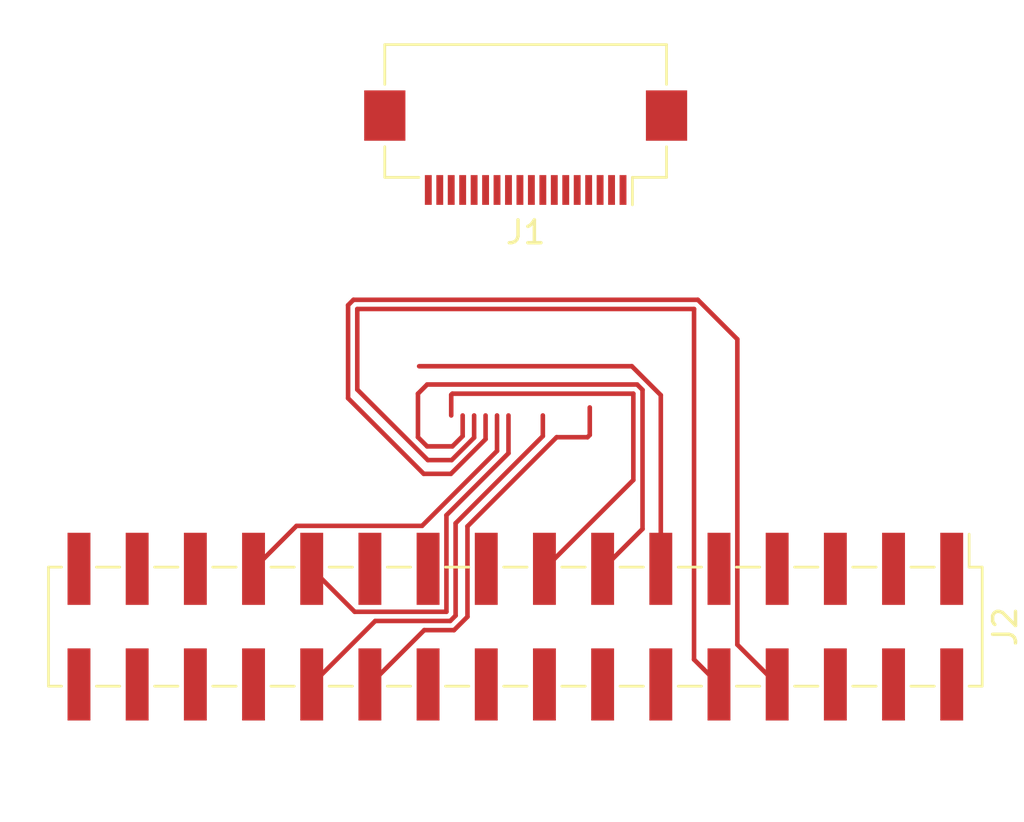
<source format=kicad_pcb>
(kicad_pcb (version 20241229) (generator "pcbnew") (generator_version "9.0")
  (layers (0 "F.Cu" signal) (2 "B.Cu" signal) (13 "F.Paste" user) (15 "B.Paste" user) (5 "F.SilkS" user "F.Silkscreen") (7 "B.SilkS" user "B.Silkscreen") (1 "F.Mask" user) (3 "B.Mask" user) (25 "Edge.Cuts" user))
  (net 0 "")
  (net 1 "/dc")
  (net 2 "/busy")
  (net 3 "/sck")
  (net 4 "/mosi")
  (net 5 "/disp_cs")
  (net 6 "/gpio2")
  (net 7 "/miso")
  (net 8 "/mem_cs")
  (net 9 "gnd")
  (net 10 "/int")
  (net 11 "3v3")
  (net 12 "/reset")
  (net 13 "/gpio1")
  (net 14 "/scl")
  (net 15 "/sd_cs")
  (net 16 "/ts_cs")
  (net 17 "/backlite")
  (net 18 "/sda")
  (footprint "Connector_FFC-FPC:Hirose_FH12-18S-0.5SH_1x18-1MP_P0.50mm_Horizontal" (layer "F.Cu") (at 156.45 73.05 180)
    (property "Reference" "J1" (at 0 -3.7 0) (layer "F.SilkS"))
    (property "Value" "Conn_01x18_Socket")
    (fp_line (start 6.15 4.5) (end 6.15 2.76) (stroke (width 0.12)) (layer "F.SilkS"))
    (fp_line (start 6.15 -1.3) (end 6.15 0.04) (stroke (width 0.12)) (layer "F.SilkS"))
    (fp_line (start 4.66 -1.3) (end 6.15 -1.3) (stroke (width 0.12)) (layer "F.SilkS"))
    (fp_line (start -4.66 -1.3) (end -4.66 -2.5) (stroke (width 0.12)) (layer "F.SilkS"))
    (fp_line (start -4.66 -1.3) (end -6.15 -1.3) (stroke (width 0.12)) (layer "F.SilkS"))
    (fp_line (start -6.15 4.5) (end 6.15 4.5) (stroke (width 0.12)) (layer "F.SilkS"))
    (fp_line (start -6.15 2.76) (end -6.15 4.5) (stroke (width 0.12)) (layer "F.SilkS"))
    (fp_line (start -6.15 -1.3) (end -6.15 0.04) (stroke (width 0.12)) (layer "F.SilkS"))
    (pad "1" smd rect (at -4.25 -1.85 180) (size 0.3 1.3) (layers "F.Cu" "F.Mask" "F.Paste") (net 11 "3v3"))
    (pad "2" smd rect (at -3.75 -1.85 180) (size 0.3 1.3) (layers "F.Cu" "F.Mask" "F.Paste") (net 17 "/backlite"))
    (pad "3" smd rect (at -3.25 -1.85 180) (size 0.3 1.3) (layers "F.Cu" "F.Mask" "F.Paste") (net 9 "gnd"))
    (pad "4" smd rect (at -2.75 -1.85 180) (size 0.3 1.3) (layers "F.Cu" "F.Mask" "F.Paste") (net 3 "/sck"))
    (pad "5" smd rect (at -2.25 -1.85 180) (size 0.3 1.3) (layers "F.Cu" "F.Mask" "F.Paste") (net 4 "/mosi"))
    (pad "6" smd rect (at -1.75 -1.85 180) (size 0.3 1.3) (layers "F.Cu" "F.Mask" "F.Paste") (net 7 "/miso"))
    (pad "7" smd rect (at -1.25 -1.85 180) (size 0.3 1.3) (layers "F.Cu" "F.Mask" "F.Paste") (net 1 "/dc"))
    (pad "8" smd rect (at -0.75 -1.85 180) (size 0.3 1.3) (layers "F.Cu" "F.Mask" "F.Paste") (net 12 "/reset"))
    (pad "9" smd rect (at -0.25 -1.85 180) (size 0.3 1.3) (layers "F.Cu" "F.Mask" "F.Paste") (net 5 "/disp_cs"))
    (pad "10" smd rect (at 0.25 -1.85 180) (size 0.3 1.3) (layers "F.Cu" "F.Mask" "F.Paste") (net 15 "/sd_cs"))
    (pad "11" smd rect (at 0.75 -1.85 180) (size 0.3 1.3) (layers "F.Cu" "F.Mask" "F.Paste") (net 8 "/mem_cs"))
    (pad "12" smd rect (at 1.25 -1.85 180) (size 0.3 1.3) (layers "F.Cu" "F.Mask" "F.Paste") (net 16 "/ts_cs"))
    (pad "13" smd rect (at 1.75 -1.85 180) (size 0.3 1.3) (layers "F.Cu" "F.Mask" "F.Paste") (net 14 "/scl"))
    (pad "14" smd rect (at 2.25 -1.85 180) (size 0.3 1.3) (layers "F.Cu" "F.Mask" "F.Paste") (net 18 "/sda"))
    (pad "15" smd rect (at 2.75 -1.85 180) (size 0.3 1.3) (layers "F.Cu" "F.Mask" "F.Paste") (net 10 "/int"))
    (pad "16" smd rect (at 3.25 -1.85 180) (size 0.3 1.3) (layers "F.Cu" "F.Mask" "F.Paste") (net 2 "/busy"))
    (pad "17" smd rect (at 3.75 -1.85 180) (size 0.3 1.3) (layers "F.Cu" "F.Mask" "F.Paste") (net 13 "/gpio1"))
    (pad "18" smd rect (at 4.25 -1.85 180) (size 0.3 1.3) (layers "F.Cu" "F.Mask" "F.Paste") (net 6 "/gpio2"))
    (pad "MP" smd rect (at -6.15 1.4 180) (size 1.8 2.2) (layers "F.Cu" "F.Mask" "F.Paste"))
    (pad "MP" smd rect (at 6.15 1.4 180) (size 1.8 2.2) (layers "F.Cu" "F.Mask" "F.Paste"))
  )
  (footprint "Connector_PinHeader_2.54mm:PinHeader_2x16_P2.54mm_Vertical_SMD" (layer "F.Cu") (at 156 93.975 -90)
    (property "Reference" "J2" (at 0 -21.38 90) (layer "F.SilkS"))
    (property "Value" "Conn_02x16_Odd_Even")
    (fp_line (start -2.6 20.38) (end 2.6 20.38) (stroke (width 0.12)) (layer "F.SilkS"))
    (fp_line (start -2.6 19.81) (end -2.6 20.38) (stroke (width 0.12)) (layer "F.SilkS"))
    (fp_line (start 2.6 19.81) (end 2.6 20.38) (stroke (width 0.12)) (layer "F.SilkS"))
    (fp_line (start -2.6 17.27) (end -2.6 18.29) (stroke (width 0.12)) (layer "F.SilkS"))
    (fp_line (start 2.6 17.27) (end 2.6 18.29) (stroke (width 0.12)) (layer "F.SilkS"))
    (fp_line (start -2.6 14.73) (end -2.6 15.75) (stroke (width 0.12)) (layer "F.SilkS"))
    (fp_line (start 2.6 14.73) (end 2.6 15.75) (stroke (width 0.12)) (layer "F.SilkS"))
    (fp_line (start -2.6 12.19) (end -2.6 13.21) (stroke (width 0.12)) (layer "F.SilkS"))
    (fp_line (start 2.6 12.19) (end 2.6 13.21) (stroke (width 0.12)) (layer "F.SilkS"))
    (fp_line (start -2.6 9.65) (end -2.6 10.67) (stroke (width 0.12)) (layer "F.SilkS"))
    (fp_line (start 2.6 9.65) (end 2.6 10.67) (stroke (width 0.12)) (layer "F.SilkS"))
    (fp_line (start -2.6 7.11) (end -2.6 8.13) (stroke (width 0.12)) (layer "F.SilkS"))
    (fp_line (start 2.6 7.11) (end 2.6 8.13) (stroke (width 0.12)) (layer "F.SilkS"))
    (fp_line (start -2.6 4.57) (end -2.6 5.59) (stroke (width 0.12)) (layer "F.SilkS"))
    (fp_line (start 2.6 4.57) (end 2.6 5.59) (stroke (width 0.12)) (layer "F.SilkS"))
    (fp_line (start -2.6 2.03) (end -2.6 3.05) (stroke (width 0.12)) (layer "F.SilkS"))
    (fp_line (start 2.6 2.03) (end 2.6 3.05) (stroke (width 0.12)) (layer "F.SilkS"))
    (fp_line (start -2.6 -0.51) (end -2.6 0.51) (stroke (width 0.12)) (layer "F.SilkS"))
    (fp_line (start 2.6 -0.51) (end 2.6 0.51) (stroke (width 0.12)) (layer "F.SilkS"))
    (fp_line (start -2.6 -3.05) (end -2.6 -2.03) (stroke (width 0.12)) (layer "F.SilkS"))
    (fp_line (start 2.6 -3.05) (end 2.6 -2.03) (stroke (width 0.12)) (layer "F.SilkS"))
    (fp_line (start -2.6 -5.59) (end -2.6 -4.57) (stroke (width 0.12)) (layer "F.SilkS"))
    (fp_line (start 2.6 -5.59) (end 2.6 -4.57) (stroke (width 0.12)) (layer "F.SilkS"))
    (fp_line (start -2.6 -8.13) (end -2.6 -7.11) (stroke (width 0.12)) (layer "F.SilkS"))
    (fp_line (start 2.6 -8.13) (end 2.6 -7.11) (stroke (width 0.12)) (layer "F.SilkS"))
    (fp_line (start -2.6 -10.67) (end -2.6 -9.65) (stroke (width 0.12)) (layer "F.SilkS"))
    (fp_line (start 2.6 -10.67) (end 2.6 -9.65) (stroke (width 0.12)) (layer "F.SilkS"))
    (fp_line (start -2.6 -13.21) (end -2.6 -12.19) (stroke (width 0.12)) (layer "F.SilkS"))
    (fp_line (start 2.6 -13.21) (end 2.6 -12.19) (stroke (width 0.12)) (layer "F.SilkS"))
    (fp_line (start -2.6 -15.75) (end -2.6 -14.73) (stroke (width 0.12)) (layer "F.SilkS"))
    (fp_line (start 2.6 -15.75) (end 2.6 -14.73) (stroke (width 0.12)) (layer "F.SilkS"))
    (fp_line (start -2.6 -18.29) (end -2.6 -17.27) (stroke (width 0.12)) (layer "F.SilkS"))
    (fp_line (start 2.6 -18.29) (end 2.6 -17.27) (stroke (width 0.12)) (layer "F.SilkS"))
    (fp_line (start -4.04 -19.81) (end -2.6 -19.81) (stroke (width 0.12)) (layer "F.SilkS"))
    (fp_line (start -2.6 -20.38) (end -2.6 -19.81) (stroke (width 0.12)) (layer "F.SilkS"))
    (fp_line (start -2.6 -20.38) (end 2.6 -20.38) (stroke (width 0.12)) (layer "F.SilkS"))
    (fp_line (start 2.6 -20.38) (end 2.6 -19.81) (stroke (width 0.12)) (layer "F.SilkS"))
    (pad "1" smd rect (at -2.525 -19.05 270) (size 3.15 1) (layers "F.Cu" "F.Mask" "F.Paste"))
    (pad "2" smd rect (at 2.525 -19.05 270) (size 3.15 1) (layers "F.Cu" "F.Mask" "F.Paste"))
    (pad "3" smd rect (at -2.525 -16.51 270) (size 3.15 1) (layers "F.Cu" "F.Mask" "F.Paste") (net 11 "3v3"))
    (pad "4" smd rect (at 2.525 -16.51 270) (size 3.15 1) (layers "F.Cu" "F.Mask" "F.Paste"))
    (pad "5" smd rect (at -2.525 -13.97 270) (size 3.15 1) (layers "F.Cu" "F.Mask" "F.Paste") (net 9 "gnd"))
    (pad "6" smd rect (at 2.525 -13.97 270) (size 3.15 1) (layers "F.Cu" "F.Mask" "F.Paste"))
    (pad "7" smd rect (at -2.525 -11.43 270) (size 3.15 1) (layers "F.Cu" "F.Mask" "F.Paste") (net 5 "/disp_cs"))
    (pad "8" smd rect (at 2.525 -11.43 270) (size 3.15 1) (layers "F.Cu" "F.Mask" "F.Paste") (net 14 "/scl"))
    (pad "9" smd rect (at -2.525 -8.89 270) (size 3.15 1) (layers "F.Cu" "F.Mask" "F.Paste") (net 13 "/gpio1"))
    (pad "10" smd rect (at 2.525 -8.89 270) (size 3.15 1) (layers "F.Cu" "F.Mask" "F.Paste") (net 18 "/sda"))
    (pad "11" smd rect (at -2.525 -6.35 270) (size 3.15 1) (layers "F.Cu" "F.Mask" "F.Paste") (net 6 "/gpio2"))
    (pad "12" smd rect (at 2.525 -6.35 270) (size 3.15 1) (layers "F.Cu" "F.Mask" "F.Paste"))
    (pad "13" smd rect (at -2.525 -3.81 270) (size 3.15 1) (layers "F.Cu" "F.Mask" "F.Paste") (net 10 "/int"))
    (pad "14" smd rect (at 2.525 -3.81 270) (size 3.15 1) (layers "F.Cu" "F.Mask" "F.Paste"))
    (pad "15" smd rect (at -2.525 -1.27 270) (size 3.15 1) (layers "F.Cu" "F.Mask" "F.Paste") (net 2 "/busy"))
    (pad "16" smd rect (at 2.525 -1.27 270) (size 3.15 1) (layers "F.Cu" "F.Mask" "F.Paste"))
    (pad "17" smd rect (at -2.525 1.27 270) (size 3.15 1) (layers "F.Cu" "F.Mask" "F.Paste") (net 17 "/backlite"))
    (pad "18" smd rect (at 2.525 1.27 270) (size 3.15 1) (layers "F.Cu" "F.Mask" "F.Paste") (net 4 "/mosi"))
    (pad "19" smd rect (at -2.525 3.81 270) (size 3.15 1) (layers "F.Cu" "F.Mask" "F.Paste") (net 1 "/dc"))
    (pad "20" smd rect (at 2.525 3.81 270) (size 3.15 1) (layers "F.Cu" "F.Mask" "F.Paste") (net 7 "/miso"))
    (pad "21" smd rect (at -2.525 6.35 270) (size 3.15 1) (layers "F.Cu" "F.Mask" "F.Paste") (net 15 "/sd_cs"))
    (pad "22" smd rect (at 2.525 6.35 270) (size 3.15 1) (layers "F.Cu" "F.Mask" "F.Paste") (net 3 "/sck"))
    (pad "23" smd rect (at -2.525 8.89 270) (size 3.15 1) (layers "F.Cu" "F.Mask" "F.Paste") (net 8 "/mem_cs"))
    (pad "24" smd rect (at 2.525 8.89 270) (size 3.15 1) (layers "F.Cu" "F.Mask" "F.Paste") (net 12 "/reset"))
    (pad "25" smd rect (at -2.525 11.43 270) (size 3.15 1) (layers "F.Cu" "F.Mask" "F.Paste") (net 16 "/ts_cs"))
    (pad "26" smd rect (at 2.525 11.43 270) (size 3.15 1) (layers "F.Cu" "F.Mask" "F.Paste"))
    (pad "27" smd rect (at -2.525 13.97 270) (size 3.15 1) (layers "F.Cu" "F.Mask" "F.Paste"))
    (pad "28" smd rect (at 2.525 13.97 270) (size 3.15 1) (layers "F.Cu" "F.Mask" "F.Paste"))
    (pad "29" smd rect (at -2.525 16.51 270) (size 3.15 1) (layers "F.Cu" "F.Mask" "F.Paste"))
    (pad "30" smd rect (at 2.525 16.51 270) (size 3.15 1) (layers "F.Cu" "F.Mask" "F.Paste"))
    (pad "31" smd rect (at -2.525 19.05 270) (size 3.15 1) (layers "F.Cu" "F.Mask" "F.Paste"))
    (pad "32" smd rect (at 2.525 19.05 270) (size 3.15 1) (layers "F.Cu" "F.Mask" "F.Paste"))
  )
  (segment (start 161.151 83.799) (end 153.249 83.799) (width 0.2) (layer "F.Cu") (net 2))
  (segment (start 153.249 83.799) (end 153.2 83.848) (width 0.2) (layer "F.Cu") (net 2))
  (segment (start 161.151 87.569) (end 161.151 83.799) (width 0.2) (layer "F.Cu") (net 2))
  (segment (start 157.27 91.45) (end 161.151 87.569) (width 0.2) (layer "F.Cu") (net 2))
  (segment (start 153.2 83.848) (end 153.2 84.75) (width 0.2) (layer "F.Cu") (net 2))
  (segment (start 153.90955 93.54165) (end 153.90955 89.59345) (width 0.2) (layer "F.Cu") (net 3))
  (segment (start 152.022 94.128) (end 153.3232 94.128) (width 0.2) (layer "F.Cu") (net 3))
  (segment (start 159.151 85.701) (end 159.249 85.603) (width 0.2) (layer "F.Cu") (net 3))
  (segment (start 159.249 85.603) (end 159.249 84.4) (width 0.2) (layer "F.Cu") (net 3))
  (segment (start 153.3232 94.128) (end 153.90955 93.54165) (width 0.2) (layer "F.Cu") (net 3))
  (segment (start 157.802 85.701) (end 159.151 85.701) (width 0.2) (layer "F.Cu") (net 3))
  (segment (start 149.65 96.5) (end 152.022 94.128) (width 0.2) (layer "F.Cu") (net 3))
  (segment (start 153.90955 89.59345) (end 157.802 85.701) (width 0.2) (layer "F.Cu") (net 3))
  (segment (start 162.35 91.45) (end 162.35 83.8638) (width 0.2) (layer "F.Cu") (net 6))
  (segment (start 162.35 83.8638) (end 161.0862 82.6) (width 0.2) (layer "F.Cu") (net 6))
  (segment (start 161.0862 82.6) (end 151.8 82.6) (width 0.2) (layer "F.Cu") (net 6))
  (segment (start 152.991 93.326) (end 152.991 89.109) (width 0.2) (layer "F.Cu") (net 8))
  (segment (start 155.7 86.4) (end 155.7 84.75) (width 0.2) (layer "F.Cu") (net 8))
  (segment (start 152.991 89.109) (end 155.7 86.4) (width 0.2) (layer "F.Cu") (net 8))
  (segment (start 147.11 91.45) (end 148.986 93.326) (width 0.2) (layer "F.Cu") (net 8))
  (segment (start 148.986 93.326) (end 152.991 93.326) (width 0.2) (layer "F.Cu") (net 8))
  (segment (start 151.749 85.701) (end 152.148 86.1) (width 0.2) (layer "F.Cu") (net 10))
  (segment (start 152.148 86.1) (end 153.252 86.1) (width 0.2) (layer "F.Cu") (net 10))
  (segment (start 153.252 86.1) (end 153.7 85.652) (width 0.2) (layer "F.Cu") (net 10))
  (segment (start 161.552 89.708) (end 161.552 83.6329) (width 0.2) (layer "F.Cu") (net 10))
  (segment (start 161.3171 83.398) (end 152.15 83.398) (width 0.2) (layer "F.Cu") (net 10))
  (segment (start 152.15 83.398) (end 151.749 83.799) (width 0.2) (layer "F.Cu") (net 10))
  (segment (start 161.552 83.6329) (end 161.3171 83.398) (width 0.2) (layer "F.Cu") (net 10))
  (segment (start 159.81 91.45) (end 161.552 89.708) (width 0.2) (layer "F.Cu") (net 10))
  (segment (start 151.749 83.799) (end 151.749 85.701) (width 0.2) (layer "F.Cu") (net 10))
  (segment (start 153.7 85.652) (end 153.7 84.75) (width 0.2) (layer "F.Cu") (net 10))
  (segment (start 147.11 96.5) (end 149.883 93.727) (width 0.2) (layer "F.Cu") (net 12))
  (segment (start 157.2 85.652) (end 157.2 84.75) (width 0.2) (layer "F.Cu") (net 12))
  (segment (start 153.392 89.46) (end 157.2 85.652) (width 0.2) (layer "F.Cu") (net 12))
  (segment (start 153.392 93.4921) (end 153.392 89.46) (width 0.2) (layer "F.Cu") (net 12))
  (segment (start 149.883 93.727) (end 153.1571 93.727) (width 0.2) (layer "F.Cu") (net 12))
  (segment (start 153.1571 93.727) (end 153.392 93.4921) (width 0.2) (layer "F.Cu") (net 12))
  (segment (start 148.698 79.9329) (end 148.698 83.998) (width 0.2) (layer "F.Cu") (net 14))
  (segment (start 153.1862 87.3) (end 154.7 85.7862) (width 0.2) (layer "F.Cu") (net 14))
  (segment (start 148.698 83.998) (end 152 87.3) (width 0.2) (layer "F.Cu") (net 14))
  (segment (start 165.691 94.761) (end 165.691 81.4219) (width 0.2) (layer "F.Cu") (net 14))
  (segment (start 167.43 96.5) (end 165.691 94.761) (width 0.2) (layer "F.Cu") (net 14))
  (segment (start 148.9329 79.698) (end 148.698 79.9329) (width 0.2) (layer "F.Cu") (net 14))
  (segment (start 152 87.3) (end 153.1862 87.3) (width 0.2) (layer "F.Cu") (net 14))
  (segment (start 163.9671 79.698) (end 148.9329 79.698) (width 0.2) (layer "F.Cu") (net 14))
  (segment (start 154.7 85.7862) (end 154.7 84.75) (width 0.2) (layer "F.Cu") (net 14))
  (segment (start 165.691 81.4219) (end 163.9671 79.698) (width 0.2) (layer "F.Cu") (net 14))
  (segment (start 144.57 91.45) (end 146.446 89.574) (width 0.2) (layer "F.Cu") (net 16))
  (segment (start 155.2 86.3) (end 155.2 84.75) (width 0.2) (layer "F.Cu") (net 16))
  (segment (start 146.446 89.574) (end 151.926 89.574) (width 0.2) (layer "F.Cu") (net 16))
  (segment (start 151.926 89.574) (end 155.2 86.3) (width 0.2) (layer "F.Cu") (net 16))
  (segment (start 152.1809 86.7) (end 153.2191 86.7) (width 0.2) (layer "F.Cu") (net 18))
  (segment (start 154.2 85.7191) (end 154.2 84.75) (width 0.2) (layer "F.Cu") (net 18))
  (segment (start 153.2191 86.7) (end 154.2 85.7191) (width 0.2) (layer "F.Cu") (net 18))
  (segment (start 164.89 96.5) (end 163.801 95.411) (width 0.2) (layer "F.Cu") (net 18))
  (segment (start 149.099 80.099) (end 149.099 83.6181) (width 0.2) (layer "F.Cu") (net 18))
  (segment (start 163.801 80.099) (end 149.099 80.099) (width 0.2) (layer "F.Cu") (net 18))
  (segment (start 163.801 95.411) (end 163.801 80.099) (width 0.2) (layer "F.Cu") (net 18))
  (segment (start 149.099 83.6181) (end 152.1809 86.7) (width 0.2) (layer "F.Cu") (net 18))
)
</source>
